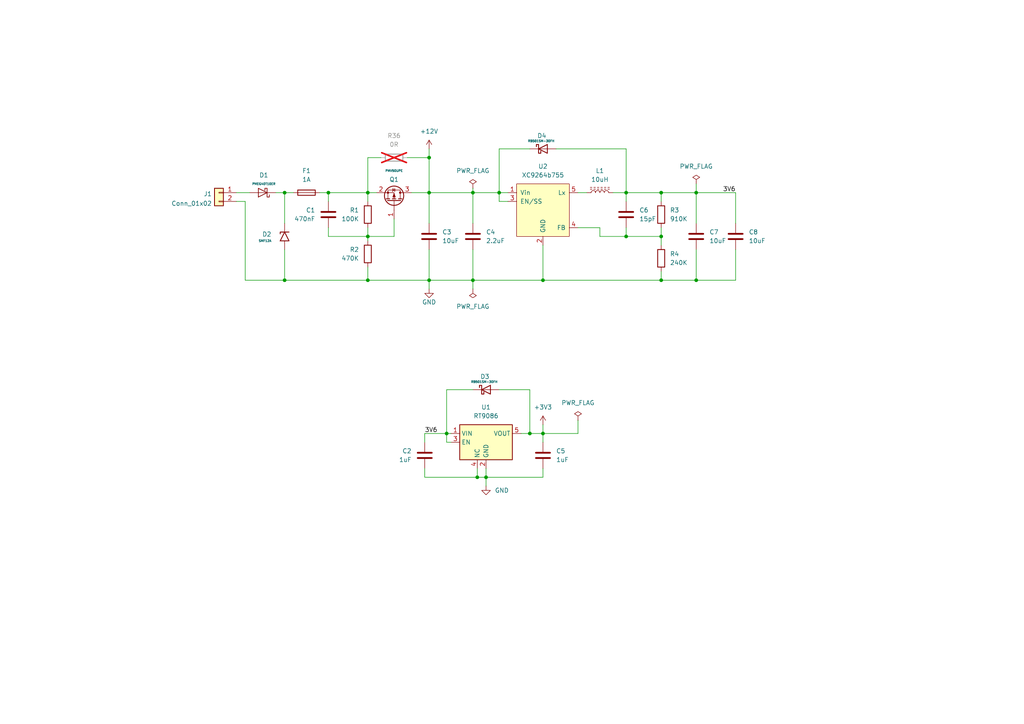
<source format=kicad_sch>
(kicad_sch (version 20231120) (generator "eeschema") (generator_version "8.0")
  (paper "A4")
  (lib_symbols
    (symbol "AM163:RT9086-xxGB"
      (property "Reference" "U" (at 0 6.35 0))
      (property "Value" "RT9086-xxGB" (at 7.62 -6.35 0))
      (symbol "RT9086-xxGB_0_1"
        (rectangle (start -7.62 5.08) (end 7.62 -5.08) (stroke (width 0.254)) (fill (type background)))
      )
      (symbol "RT9086-xxGB_1_1"
        (pin power_in line (at -10.16 2.54 0) (length 2.54) (name "VIN") (number "1"))
        (pin power_in line (at 0 -7.62 90) (length 2.54) (name "GND") (number "2"))
        (pin input line (at -10.16 0 0) (length 2.54) (name "EN") (number "3"))
        (pin free line (at -2.54 -7.62 90) (length 2.54) (name "NC") (number "4"))
        (pin power_out line (at 10.16 2.54 180) (length 2.54) (name "VOUT") (number "5"))
      )
    )
    (symbol "AM163:XC926x" (pin_names (offset 1.016))
      (property "Reference" "U" (at 5.08 8.89 0))
      (property "Value" "XC926x" (at 0 8.89 0))
      (symbol "XC926x_0_1"
        (rectangle (start -7.62 7.62) (end 7.62 -7.62) (fill (type background)))
      )
      (symbol "XC926x_1_1"
        (pin power_in line (at -10.16 5.08 0) (length 2.54) (name "Vin") (number "1"))
        (pin power_in line (at 0 -10.16 90) (length 2.54) (name "GND") (number "2"))
        (pin input line (at -10.16 2.54 0) (length 2.54) (name "EN/SS") (number "3"))
        (pin input line (at 10.16 -5.08 180) (length 2.54) (name "FB") (number "4"))
        (pin output line (at 10.16 5.08 180) (length 2.54) (name "Lx") (number "5"))
      )
    )
    (symbol "Connector_Generic:Conn_01x02" (pin_names (offset 1.016) hide)
      (property "Reference" "J" (at 0 2.54 0))
      (property "Value" "Conn_01x02" (at 0 -5.08 0))
      (symbol "Conn_01x02_1_1"
        (rectangle (start -1.27 -2.413) (end 0 -2.667) (stroke (width 0.1524)))
        (rectangle (start -1.27 0.127) (end 0 -0.127) (stroke (width 0.1524)))
        (rectangle (start -1.27 1.27) (end 1.27 -3.81) (stroke (width 0.254)) (fill (type background)))
        (pin passive line (at -5.08 0 0) (length 3.81) (name "Pin_1") (number "1"))
        (pin passive line (at -5.08 -2.54 0) (length 3.81) (name "Pin_2") (number "2"))
      )
    )
    (symbol "Device:C" (pin_numbers hide) (pin_names (offset 0.254))
      (property "Reference" "C" (at 0.635 2.54 0))
      (property "Value" "C" (at 0.635 -2.54 0))
      (symbol "C_0_1"
        (polyline (pts (xy -2.032 -0.762) (xy 2.032 -0.762)) (stroke (width 0.508)))
        (polyline (pts (xy -2.032 0.762) (xy 2.032 0.762)) (stroke (width 0.508)))
      )
      (symbol "C_1_1"
        (pin passive line (at 0 3.81 270) (length 2.794) (name "~") (number "1"))
        (pin passive line (at 0 -3.81 90) (length 2.794) (name "~") (number "2"))
      )
    )
    (symbol "Device:D_Schottky" (pin_numbers hide) (pin_names (offset 1.016) hide)
      (property "Reference" "D" (at 0 2.54 0))
      (property "Value" "D_Schottky" (at 0 -2.54 0))
      (symbol "D_Schottky_0_1"
        (polyline (pts (xy 1.27 0) (xy -1.27 0)))
        (polyline (pts (xy 1.27 1.27) (xy 1.27 -1.27) (xy -1.27 0) (xy 1.27 1.27)) (stroke (width 0.254)))
        (polyline (pts (xy -1.905 0.635) (xy -1.905 1.27) (xy -1.27 1.27) (xy -1.27 -1.27) (xy -0.635 -1.27) (xy -0.635 -0.635)) (stroke (width 0.254)))
      )
      (symbol "D_Schottky_1_1"
        (pin passive line (at -3.81 0 0) (length 2.54) (name "K") (number "1"))
        (pin passive line (at 3.81 0 180) (length 2.54) (name "A") (number "2"))
      )
    )
    (symbol "Device:Fuse" (pin_numbers hide) (pin_names (offset 0))
      (property "Reference" "F" (at 2.032 0 90))
      (property "Value" "Fuse" (at -1.905 0 90))
      (symbol "Fuse_0_1"
        (rectangle (start -0.762 -2.54) (end 0.762 2.54) (stroke (width 0.254)))
        (polyline (pts (xy 0 2.54) (xy 0 -2.54)))
      )
      (symbol "Fuse_1_1"
        (pin passive line (at 0 3.81 270) (length 1.27) (name "~") (number "1"))
        (pin passive line (at 0 -3.81 90) (length 1.27) (name "~") (number "2"))
      )
    )
    (symbol "Device:L_Ferrite" (pin_numbers hide) (pin_names (offset 1.016) hide)
      (property "Reference" "L" (at -1.27 0 90))
      (property "Value" "L_Ferrite" (at 2.794 0 90))
      (symbol "L_Ferrite_0_1"
        (arc (start 0 -2.54) (mid 0.6323 -1.905) (end 0 -1.27))
        (arc (start 0 -1.27) (mid 0.6323 -0.635) (end 0 0))
        (polyline (pts (xy 1.016 -2.794) (xy 1.016 -2.286)))
        (polyline (pts (xy 1.016 -1.778) (xy 1.016 -1.27)))
        (polyline (pts (xy 1.016 -0.762) (xy 1.016 -0.254)))
        (polyline (pts (xy 1.016 0.254) (xy 1.016 0.762)))
        (polyline (pts (xy 1.016 1.27) (xy 1.016 1.778)))
        (polyline (pts (xy 1.016 2.286) (xy 1.016 2.794)))
        (polyline (pts (xy 1.524 -2.286) (xy 1.524 -2.794)))
        (polyline (pts (xy 1.524 -1.27) (xy 1.524 -1.778)))
        (polyline (pts (xy 1.524 -0.254) (xy 1.524 -0.762)))
        (polyline (pts (xy 1.524 0.762) (xy 1.524 0.254)))
        (polyline (pts (xy 1.524 1.778) (xy 1.524 1.27)))
        (polyline (pts (xy 1.524 2.794) (xy 1.524 2.286)))
        (arc (start 0 0) (mid 0.6323 0.635) (end 0 1.27))
        (arc (start 0 1.27) (mid 0.6323 1.905) (end 0 2.54))
      )
      (symbol "L_Ferrite_1_1"
        (pin passive line (at 0 3.81 270) (length 1.27) (name "1") (number "1"))
        (pin passive line (at 0 -3.81 90) (length 1.27) (name "2") (number "2"))
      )
    )
    (symbol "Device:Q_PMOS_GSD" (pin_names (offset 0) hide)
      (property "Reference" "Q" (at 5.08 1.27 0))
      (property "Value" "Q_PMOS_GSD" (at 5.08 -1.27 0))
      (symbol "Q_PMOS_GSD_0_1"
        (polyline (pts (xy 0.254 0) (xy -2.54 0)))
        (polyline (pts (xy 0.254 1.905) (xy 0.254 -1.905)) (stroke (width 0.254)))
        (polyline (pts (xy 0.762 -1.27) (xy 0.762 -2.286)) (stroke (width 0.254)))
        (polyline (pts (xy 0.762 0.508) (xy 0.762 -0.508)) (stroke (width 0.254)))
        (polyline (pts (xy 0.762 2.286) (xy 0.762 1.27)) (stroke (width 0.254)))
        (polyline (pts (xy 2.54 2.54) (xy 2.54 1.778)))
        (polyline (pts (xy 2.54 -2.54) (xy 2.54 0) (xy 0.762 0)))
        (polyline (pts (xy 0.762 1.778) (xy 3.302 1.778) (xy 3.302 -1.778) (xy 0.762 -1.778)))
        (polyline (pts (xy 2.286 0) (xy 1.27 0.381) (xy 1.27 -0.381) (xy 2.286 0)) (fill (type outline)))
        (polyline (pts (xy 2.794 -0.508) (xy 2.921 -0.381) (xy 3.683 -0.381) (xy 3.81 -0.254)))
        (polyline (pts (xy 3.302 -0.381) (xy 2.921 0.254) (xy 3.683 0.254) (xy 3.302 -0.381)))
        (circle (center 1.651 0) (radius 2.794) (stroke (width 0.254)))
        (circle (center 2.54 -1.778) (radius 0.254) (fill (type outline)))
        (circle (center 2.54 1.778) (radius 0.254) (fill (type outline)))
      )
      (symbol "Q_PMOS_GSD_1_1"
        (pin input line (at -5.08 0 0) (length 2.54) (name "G") (number "1"))
        (pin passive line (at 2.54 -5.08 90) (length 2.54) (name "S") (number "2"))
        (pin passive line (at 2.54 5.08 270) (length 2.54) (name "D") (number "3"))
      )
    )
    (symbol "Device:R" (pin_numbers hide) (pin_names (offset 0))
      (property "Reference" "R" (at 2.032 0 90))
      (property "Value" "R" (at 0 0 90))
      (symbol "R_0_1"
        (rectangle (start -1.016 -2.54) (end 1.016 2.54) (stroke (width 0.254)))
      )
      (symbol "R_1_1"
        (pin passive line (at 0 3.81 270) (length 1.27) (name "~") (number "1"))
        (pin passive line (at 0 -3.81 90) (length 1.27) (name "~") (number "2"))
      )
    )
    (symbol "Diode:PMEG40T10ER" (pin_numbers hide) (pin_names hide)
      (property "Reference" "D" (at 0 2.54 0))
      (property "Value" "PMEG40T10ER" (at 0 -2.54 0))
      (symbol "PMEG40T10ER_0_1"
        (polyline (pts (xy 1.27 0) (xy -1.27 0)))
        (polyline (pts (xy 1.27 1.27) (xy 1.27 -1.27) (xy -1.27 0) (xy 1.27 1.27)) (stroke (width 0.2032)))
        (polyline (pts (xy -1.905 0.635) (xy -1.905 1.27) (xy -1.27 1.27) (xy -1.27 -1.27) (xy -0.635 -1.27) (xy -0.635 -0.635)) (stroke (width 0.2032)))
      )
      (symbol "PMEG40T10ER_1_1"
        (pin passive line (at -3.81 0 0) (length 2.54) (name "K") (number "1"))
        (pin passive line (at 3.81 0 180) (length 2.54) (name "A") (number "2"))
      )
    )
    (symbol "Diode:SMF12A" (pin_numbers hide) (pin_names (offset 1.016) hide)
      (property "Reference" "D" (at 0 2.54 0))
      (property "Value" "SMF12A" (at 0 -2.54 0))
      (symbol "SMF12A_0_1"
        (polyline (pts (xy -0.762 1.27) (xy -1.27 1.27) (xy -1.27 -1.27)) (stroke (width 0.254)))
        (polyline (pts (xy 1.27 1.27) (xy 1.27 -1.27) (xy -1.27 0) (xy 1.27 1.27)) (stroke (width 0.254)))
      )
      (symbol "SMF12A_1_1"
        (pin passive line (at -3.81 0 0) (length 2.54) (name "A1") (number "1"))
        (pin passive line (at 3.81 0 180) (length 2.54) (name "A2") (number "2"))
      )
    )
    (symbol "power:+12V" (power) (pin_names (offset 0))
      (property "Value" "+12V" (at 0 3.556 0))
      (symbol "+12V_0_1"
        (polyline (pts (xy -0.762 1.27) (xy 0 2.54)))
        (polyline (pts (xy 0 0) (xy 0 2.54)))
        (polyline (pts (xy 0 2.54) (xy 0.762 1.27)))
      )
      (symbol "+12V_1_1"
        (pin power_in line (at 0 0 90) (length 0) hide (name "+12V") (number "1"))
      )
    )
    (symbol "power:+3V3" (power) (pin_names (offset 0))
      (property "Value" "+3V3" (at 0 3.556 0))
      (symbol "+3V3_0_1"
        (polyline (pts (xy -0.762 1.27) (xy 0 2.54)))
        (polyline (pts (xy 0 0) (xy 0 2.54)))
        (polyline (pts (xy 0 2.54) (xy 0.762 1.27)))
      )
      (symbol "+3V3_1_1"
        (pin power_in line (at 0 0 90) (length 0) hide (name "+3V3") (number "1"))
      )
    )
    (symbol "power:GND" (power) (pin_names (offset 0))
      (property "Value" "GND" (at 0 -3.81 0))
      (symbol "GND_0_1"
        (polyline (pts (xy 0 0) (xy 0 -1.27) (xy 1.27 -1.27) (xy 0 -2.54) (xy -1.27 -1.27) (xy 0 -1.27)))
      )
      (symbol "GND_1_1"
        (pin power_in line (at 0 0 270) (length 0) hide (name "GND") (number "1"))
      )
    )
    (symbol "power:PWR_FLAG" (power) (pin_numbers hide) (pin_names (offset 0) hide)
      (property "Value" "PWR_FLAG" (at 0 3.81 0))
      (symbol "PWR_FLAG_0_0"
        (pin power_out line (at 0 0 90) (length 0) (name "pwr") (number "1"))
      )
      (symbol "PWR_FLAG_0_1"
        (polyline (pts (xy 0 0) (xy 0 1.27) (xy -1.016 1.905) (xy 0 2.54) (xy 1.016 1.905) (xy 0 1.27)))
      )
    )
  )
  (junction (at 191.77 81.28))
  (junction (at 124.46 81.28))
  (junction (at 137.16 55.88))
  (junction (at 124.46 55.88))
  (junction (at 129.54 125.73))
  (junction (at 106.68 55.88))
  (junction (at 157.48 81.28))
  (junction (at 181.61 68.58))
  (junction (at 144.78 55.88))
  (junction (at 191.77 55.88))
  (junction (at 106.68 81.28))
  (junction (at 140.97 138.43))
  (junction (at 181.61 55.88))
  (junction (at 138.43 138.43))
  (junction (at 191.77 68.58))
  (junction (at 106.68 68.58))
  (junction (at 82.55 81.28))
  (junction (at 201.93 81.28))
  (junction (at 124.46 45.72))
  (junction (at 157.48 125.73))
  (junction (at 95.25 55.88))
  (junction (at 137.16 81.28))
  (junction (at 82.55 55.88))
  (junction (at 201.93 55.88))
  (junction (at 153.67 125.73))
  (wire (pts (xy 95.25 55.88) (xy 95.25 58.42)))
  (wire (pts (xy 137.16 81.28) (xy 137.16 83.82)))
  (wire (pts (xy 137.16 72.39) (xy 137.16 81.28)))
  (wire (pts (xy 173.99 66.04) (xy 173.99 68.58)))
  (wire (pts (xy 114.3 68.58) (xy 106.68 68.58)))
  (wire (pts (xy 181.61 68.58) (xy 191.77 68.58)))
  (wire (pts (xy 167.64 55.88) (xy 170.18 55.88)))
  (wire (pts (xy 124.46 64.77) (xy 124.46 55.88)))
  (wire (pts (xy 157.48 123.19) (xy 157.48 125.73)))
  (wire (pts (xy 123.19 138.43) (xy 138.43 138.43)))
  (wire (pts (xy 124.46 55.88) (xy 137.16 55.88)))
  (wire (pts (xy 140.97 138.43) (xy 140.97 140.97)))
  (wire (pts (xy 82.55 81.28) (xy 106.68 81.28)))
  (wire (pts (xy 140.97 135.89) (xy 140.97 138.43)))
  (wire (pts (xy 144.78 58.42) (xy 144.78 55.88)))
  (wire (pts (xy 106.68 55.88) (xy 109.22 55.88)))
  (wire (pts (xy 201.93 55.88) (xy 191.77 55.88)))
  (wire (pts (xy 80.01 55.88) (xy 82.55 55.88)))
  (wire (pts (xy 138.43 138.43) (xy 140.97 138.43)))
  (wire (pts (xy 82.55 72.39) (xy 82.55 81.28)))
  (wire (pts (xy 68.58 55.88) (xy 72.39 55.88)))
  (wire (pts (xy 201.93 53.34) (xy 201.93 55.88)))
  (wire (pts (xy 92.71 55.88) (xy 95.25 55.88)))
  (wire (pts (xy 106.68 81.28) (xy 124.46 81.28)))
  (wire (pts (xy 137.16 113.03) (xy 129.54 113.03)))
  (wire (pts (xy 106.68 68.58) (xy 106.68 69.85)))
  (wire (pts (xy 144.78 43.18) (xy 144.78 55.88)))
  (wire (pts (xy 157.48 125.73) (xy 157.48 128.27)))
  (wire (pts (xy 157.48 71.12) (xy 157.48 81.28)))
  (wire (pts (xy 213.36 81.28) (xy 201.93 81.28)))
  (wire (pts (xy 201.93 81.28) (xy 191.77 81.28)))
  (wire (pts (xy 95.25 68.58) (xy 106.68 68.58)))
  (wire (pts (xy 123.19 135.89) (xy 123.19 138.43)))
  (wire (pts (xy 191.77 55.88) (xy 191.77 58.42)))
  (wire (pts (xy 123.19 125.73) (xy 129.54 125.73)))
  (wire (pts (xy 153.67 113.03) (xy 153.67 125.73)))
  (wire (pts (xy 129.54 128.27) (xy 129.54 125.73)))
  (wire (pts (xy 147.32 58.42) (xy 144.78 58.42)))
  (wire (pts (xy 110.49 45.72) (xy 106.68 45.72)))
  (wire (pts (xy 191.77 68.58) (xy 191.77 71.12)))
  (wire (pts (xy 157.48 135.89) (xy 157.48 138.43)))
  (wire (pts (xy 114.3 63.5) (xy 114.3 68.58)))
  (wire (pts (xy 181.61 43.18) (xy 181.61 55.88)))
  (wire (pts (xy 201.93 72.39) (xy 201.93 81.28)))
  (wire (pts (xy 213.36 72.39) (xy 213.36 81.28)))
  (wire (pts (xy 129.54 128.27) (xy 130.81 128.27)))
  (wire (pts (xy 153.67 125.73) (xy 157.48 125.73)))
  (wire (pts (xy 201.93 55.88) (xy 213.36 55.88)))
  (wire (pts (xy 173.99 68.58) (xy 181.61 68.58)))
  (wire (pts (xy 177.8 55.88) (xy 181.61 55.88)))
  (wire (pts (xy 191.77 66.04) (xy 191.77 68.58)))
  (wire (pts (xy 124.46 43.18) (xy 124.46 45.72)))
  (wire (pts (xy 124.46 81.28) (xy 124.46 83.82)))
  (wire (pts (xy 201.93 64.77) (xy 201.93 55.88)))
  (wire (pts (xy 129.54 113.03) (xy 129.54 125.73)))
  (wire (pts (xy 71.12 58.42) (xy 71.12 81.28)))
  (wire (pts (xy 68.58 58.42) (xy 71.12 58.42)))
  (wire (pts (xy 123.19 125.73) (xy 123.19 128.27)))
  (wire (pts (xy 106.68 55.88) (xy 106.68 58.42)))
  (wire (pts (xy 167.64 66.04) (xy 173.99 66.04)))
  (wire (pts (xy 118.11 45.72) (xy 124.46 45.72)))
  (wire (pts (xy 181.61 55.88) (xy 191.77 55.88)))
  (wire (pts (xy 124.46 81.28) (xy 137.16 81.28)))
  (wire (pts (xy 144.78 55.88) (xy 147.32 55.88)))
  (wire (pts (xy 137.16 55.88) (xy 137.16 64.77)))
  (wire (pts (xy 71.12 81.28) (xy 82.55 81.28)))
  (wire (pts (xy 82.55 55.88) (xy 82.55 64.77)))
  (wire (pts (xy 161.29 43.18) (xy 181.61 43.18)))
  (wire (pts (xy 138.43 135.89) (xy 138.43 138.43)))
  (wire (pts (xy 191.77 81.28) (xy 157.48 81.28)))
  (wire (pts (xy 106.68 77.47) (xy 106.68 81.28)))
  (wire (pts (xy 124.46 72.39) (xy 124.46 81.28)))
  (wire (pts (xy 151.13 125.73) (xy 153.67 125.73)))
  (wire (pts (xy 82.55 55.88) (xy 85.09 55.88)))
  (wire (pts (xy 153.67 43.18) (xy 144.78 43.18)))
  (wire (pts (xy 95.25 55.88) (xy 106.68 55.88)))
  (wire (pts (xy 95.25 66.04) (xy 95.25 68.58)))
  (wire (pts (xy 137.16 54.61) (xy 137.16 55.88)))
  (wire (pts (xy 137.16 81.28) (xy 157.48 81.28)))
  (wire (pts (xy 129.54 125.73) (xy 130.81 125.73)))
  (wire (pts (xy 124.46 45.72) (xy 124.46 55.88)))
  (wire (pts (xy 106.68 45.72) (xy 106.68 55.88)))
  (wire (pts (xy 167.64 121.92) (xy 167.64 125.73)))
  (wire (pts (xy 144.78 113.03) (xy 153.67 113.03)))
  (wire (pts (xy 181.61 55.88) (xy 181.61 58.42)))
  (wire (pts (xy 191.77 78.74) (xy 191.77 81.28)))
  (wire (pts (xy 213.36 64.77) (xy 213.36 55.88)))
  (wire (pts (xy 119.38 55.88) (xy 124.46 55.88)))
  (wire (pts (xy 157.48 138.43) (xy 140.97 138.43)))
  (wire (pts (xy 106.68 66.04) (xy 106.68 68.58)))
  (wire (pts (xy 137.16 55.88) (xy 144.78 55.88)))
  (wire (pts (xy 167.64 125.73) (xy 157.48 125.73)))
  (wire (pts (xy 181.61 66.04) (xy 181.61 68.58)))
  (label "3V6" (at 213.36 55.88 180))
  (label "3V6" (at 123.19 125.73 0))
  (symbol (lib_id "AM163:RT9086-xxGB") (at 140.97 128.27 0) (unit 1)
    (property "Reference" "U1" (at 140.97 118.11 0))
    (property "Value" "RT9086" (at 140.97 120.65 0))
    (property "Footprint" "Package_TO_SOT_SMD:SOT-23-5" (effects (hide yes)))
    (property "Datasheet" "https://www.richtek.com/assets/product_file/RT9086/DS9086-10.pdf" (effects (hide yes)))
    (property "Vendor" "RICHTEK:RT9086" (effects (hide yes)))
  )
  (symbol (lib_id "Device:R") (at 106.68 73.66 0) (mirror y) (unit 1)
    (property "Reference" "R2" (at 104.14 72.3899 0) (effects (justify left)))
    (property "Value" "470K" (at 104.14 74.9299 0) (effects (justify left)))
    (property "Footprint" "Resistor_SMD:R_0402_1005Metric_Pad0.72x0.64mm_HandSolder" (effects (hide yes)))
  )
  (symbol (lib_id "power:PWR_FLAG") (at 137.16 54.61 0) (unit 1)
    (property "Reference" "#FLG01" (effects (hide yes)))
    (property "Value" "PWR_FLAG" (at 137.16 49.53 0))
  )
  (symbol (lib_id "power:PWR_FLAG") (at 201.93 53.34 0) (unit 1)
    (property "Reference" "#FLG04" (effects (hide yes)))
    (property "Value" "PWR_FLAG" (at 201.93 48.26 0))
  )
  (symbol (lib_id "power:GND") (at 140.97 140.97 0) (unit 1)
    (property "Reference" "#PWR03" (effects (hide yes)))
    (property "Value" "GND" (at 143.51 142.2399 0) (effects (justify left)))
  )
  (symbol (lib_id "Device:D_Schottky") (at 140.97 113.03 0) (unit 1)
    (property "Reference" "D3" (at 140.6525 109.22 0))
    (property "Value" "RB501SM-30FH" (at 140.462 110.744 0) (effects (font (size 0.635 0.635))))
    (property "Footprint" "Diode_SMD:D_SOD-523" (effects (hide yes)))
    (property "Datasheet" "https://fscdn.rohm.com/en/products/databook/datasheet/discrete/diode/schottky_barrier/rb501sm-30fht2r-e.pdf" (effects (hide yes)))
    (property "Description" "Schottky diode" (effects (hide yes)))
    (property "Vendor" "ROHM:RB501SM-30FH" (effects (hide yes)))
  )
  (symbol (lib_id "Connector_Generic:Conn_01x02") (at 63.5 55.88 0) (mirror y) (unit 1)
    (property "Reference" "J1" (at 61.468 56.2415 0) (effects (justify left)))
    (property "Value" "Conn_01x02" (at 61.468 59.0166 0) (effects (justify left)))
    (property "Footprint" "Connector_JST:JST_PH_B2B-PH-K_1x02_P2.00mm_Vertical" (effects (hide yes)))
    (property "Datasheet" "https://www.jst.fr/core/file.get?path=doc/jst/family/pdf/ePH.pdf" (effects (hide yes)))
    (property "Vendor" "JST:B2B-PH-K-S" (effects (hide yes)))
  )
  (symbol (lib_id "Device:C") (at 181.61 62.23 0) (unit 1)
    (property "Reference" "C6" (at 185.42 60.9599 0) (effects (justify left)))
    (property "Value" "15pF" (at 185.42 63.4999 0) (effects (justify left)))
    (property "Footprint" "Capacitor_SMD:C_0402_1005Metric_Pad0.74x0.62mm_HandSolder" (effects (hide yes)))
  )
  (symbol (lib_id "Device:C") (at 213.36 68.58 0) (unit 1)
    (property "Reference" "C8" (at 217.17 67.3099 0) (effects (justify left)))
    (property "Value" "10uF" (at 217.17 69.8499 0) (effects (justify left)))
    (property "Footprint" "Capacitor_SMD:C_0805_2012Metric_Pad1.18x1.45mm_HandSolder" (effects (hide yes)))
  )
  (symbol (lib_id "Device:R") (at 114.3 45.72 90) (unit 1) (dnp yes)
    (property "Reference" "R36" (at 114.3 39.37 90))
    (property "Value" "0R" (at 114.3 41.91 90))
    (property "Footprint" "Resistor_SMD:R_0402_1005Metric_Pad0.72x0.64mm_HandSolder" (effects (hide yes)))
    (property "Description" "Resistor" (effects (hide yes)))
  )
  (symbol (lib_id "Device:L_Ferrite") (at 173.99 55.88 90) (unit 1)
    (property "Reference" "L1" (at 173.99 49.53 90))
    (property "Value" "10uH" (at 173.99 52.07 90))
    (property "Footprint" "AM163:L_TDK_VLS252012HBX_Handsoldering" (effects (hide yes)))
    (property "Datasheet" "https://product.tdk.com/system/files/dam/doc/product/inductor/inductor/smd/catalog/inductor_commercial_power_vls252012hbx-1_en.pdf" (effects (hide yes)))
    (property "Vendor" "TDK:VLS252012HBX-100M-1" (effects (hide yes)))
  )
  (symbol (lib_id "power:+3V3") (at 157.48 123.19 0) (unit 1)
    (property "Reference" "#PWR04" (effects (hide yes)))
    (property "Value" "+3V3" (at 157.48 118.11 0))
  )
  (symbol (lib_id "Device:R") (at 191.77 62.23 0) (unit 1)
    (property "Reference" "R3" (at 194.31 60.9599 0) (effects (justify left)))
    (property "Value" "910K" (at 194.31 63.4999 0) (effects (justify left)))
    (property "Footprint" "Resistor_SMD:R_0402_1005Metric_Pad0.72x0.64mm_HandSolder" (effects (hide yes)))
  )
  (symbol (lib_id "Device:C") (at 157.48 132.08 0) (unit 1)
    (property "Reference" "C5" (at 161.29 130.8099 0) (effects (justify left)))
    (property "Value" "1uF" (at 161.29 133.3499 0) (effects (justify left)))
    (property "Footprint" "Capacitor_SMD:C_0603_1608Metric_Pad1.08x0.95mm_HandSolder" (effects (hide yes)))
  )
  (symbol (lib_id "Device:C") (at 95.25 62.23 0) (mirror y) (unit 1)
    (property "Reference" "C1" (at 91.44 60.96 0) (effects (justify left)))
    (property "Value" "470nF" (at 91.44 63.5 0) (effects (justify left)))
    (property "Footprint" "Capacitor_SMD:C_0603_1608Metric_Pad1.08x0.95mm_HandSolder" (effects (hide yes)))
  )
  (symbol (lib_id "power:PWR_FLAG") (at 167.64 121.92 0) (unit 1)
    (property "Reference" "#FLG03" (effects (hide yes)))
    (property "Value" "PWR_FLAG" (at 167.64 116.84 0))
  )
  (symbol (lib_id "Device:R") (at 106.68 62.23 0) (mirror y) (unit 1)
    (property "Reference" "R1" (at 104.14 60.9599 0) (effects (justify left)))
    (property "Value" "100K" (at 104.14 63.4999 0) (effects (justify left)))
    (property "Footprint" "Resistor_SMD:R_0402_1005Metric_Pad0.72x0.64mm_HandSolder" (effects (hide yes)))
  )
  (symbol (lib_id "Device:C") (at 201.93 68.58 0) (unit 1)
    (property "Reference" "C7" (at 205.74 67.3099 0) (effects (justify left)))
    (property "Value" "10uF" (at 205.74 69.8499 0) (effects (justify left)))
    (property "Footprint" "Capacitor_SMD:C_0805_2012Metric_Pad1.18x1.45mm_HandSolder" (effects (hide yes)))
  )
  (symbol (lib_id "AM163:XC926x") (at 157.48 60.96 0) (unit 1)
    (property "Reference" "U2" (at 157.48 48.26 0))
    (property "Value" "XC9264b755" (at 157.48 50.8 0))
    (property "Footprint" "Package_TO_SOT_SMD:SOT-23-5" (effects (hide yes)))
    (property "Datasheet" "https://www.torexsemi.com/file/xc9263/XC9263-XC9264.pdf" (effects (hide yes)))
    (property "Description" "18V Operation 0.5A Synchronous Step-Down DC/DC Converters" (effects (hide yes)))
  )
  (symbol (lib_id "Device:Fuse") (at 88.9 55.88 90) (unit 1)
    (property "Reference" "F1" (at 88.9 49.53 90))
    (property "Value" "1A" (at 88.9 52.07 90))
    (property "Footprint" "Inductor_SMD:L_0603_1608Metric_Pad1.05x0.95mm_HandSolder" (effects (hide yes)))
    (property "Datasheet" "https://www.farnell.com/datasheets/3665656.pdf" (effects (hide yes)))
    (property "Vendor" "MULTICOMP:MCCFB0603TFF/1" (effects (hide yes)))
  )
  (symbol (lib_id "power:GND") (at 124.46 83.82 0) (unit 1)
    (property "Reference" "#PWR02" (effects (hide yes)))
    (property "Value" "GND" (at 124.46 87.63 0))
  )
  (symbol (lib_id "Device:C") (at 124.46 68.58 0) (unit 1)
    (property "Reference" "C3" (at 128.27 67.3099 0) (effects (justify left)))
    (property "Value" "10uF" (at 128.27 69.8499 0) (effects (justify left)))
    (property "Footprint" "Capacitor_SMD:C_0805_2012Metric_Pad1.18x1.45mm_HandSolder" (effects (hide yes)))
  )
  (symbol (lib_id "Device:Q_PMOS_GSD") (at 114.3 58.42 270) (mirror x) (unit 1)
    (property "Reference" "Q1" (at 114.3 52.07 90))
    (property "Value" "PMV50UPE" (at 114.3 49.53 90) (effects (font (size 0.635 0.635))))
    (property "Footprint" "Package_TO_SOT_SMD:SOT-23" (effects (hide yes)))
    (property "Datasheet" "https://assets.nexperia.com/documents/data-sheet/PMV50UPE.pdf" (effects (hide yes)))
    (property "Vendor" "Nexperia:PMV50UPE" (effects (hide yes)))
  )
  (symbol (lib_id "Diode:PMEG40T10ER") (at 76.2 55.88 180) (unit 1)
    (property "Reference" "D1" (at 76.5175 50.8 0))
    (property "Value" "PMEG40T10ER" (at 76.5175 53.34 0) (effects (font (size 0.635 0.635))))
    (property "Footprint" "Diode_SMD:Nexperia_CFP3_SOD-123W" (effects (hide yes)))
    (property "Datasheet" "https://assets.nexperia.com/documents/data-sheet/PMEG40T10ER.pdf" (effects (hide yes)))
    (property "Description" "40V, 1A low Vf Trench MEGA Schottky barrier rectifier, SOD-123W" (effects (hide yes)))
    (property "Vendor" "Nexperia:PMEG40T10ER" (effects (hide yes)))
  )
  (symbol (lib_id "power:+12V") (at 124.46 43.18 0) (unit 1)
    (property "Reference" "#PWR01" (effects (hide yes)))
    (property "Value" "+12V" (at 124.46 38.1 0))
  )
  (symbol (lib_id "Device:C") (at 123.19 132.08 0) (mirror x) (unit 1)
    (property "Reference" "C2" (at 119.38 130.8099 0) (effects (justify right)))
    (property "Value" "1uF" (at 119.38 133.3499 0) (effects (justify right)))
    (property "Footprint" "Capacitor_SMD:C_0603_1608Metric_Pad1.08x0.95mm_HandSolder" (effects (hide yes)))
  )
  (symbol (lib_id "Device:D_Schottky") (at 157.48 43.18 0) (unit 1)
    (property "Reference" "D4" (at 157.1625 39.37 0))
    (property "Value" "RB501SM-30FH" (at 156.972 40.894 0) (effects (font (size 0.635 0.635))))
    (property "Footprint" "Diode_SMD:D_SOD-523" (effects (hide yes)))
    (property "Datasheet" "https://fscdn.rohm.com/en/products/databook/datasheet/discrete/diode/schottky_barrier/rb501sm-30fht2r-e.pdf" (effects (hide yes)))
    (property "Description" "Schottky diode" (effects (hide yes)))
    (property "Vendor" "ROHM:RB501SM-30FH" (effects (hide yes)))
  )
  (symbol (lib_id "Device:R") (at 191.77 74.93 0) (unit 1)
    (property "Reference" "R4" (at 194.31 73.6599 0) (effects (justify left)))
    (property "Value" "240K" (at 194.31 76.1999 0) (effects (justify left)))
    (property "Footprint" "Resistor_SMD:R_0402_1005Metric_Pad0.72x0.64mm_HandSolder" (effects (hide yes)))
  )
  (symbol (lib_id "power:PWR_FLAG") (at 137.16 83.82 180) (unit 1)
    (property "Reference" "#FLG02" (effects (hide yes)))
    (property "Value" "PWR_FLAG" (at 137.16 88.9 0))
  )
  (symbol (lib_id "Diode:SMF12A") (at 82.55 68.58 90) (mirror x) (unit 1)
    (property "Reference" "D2" (at 78.74 67.945 90) (effects (justify left)))
    (property "Value" "SMF12A" (at 78.74 69.85 90) (effects (font (size 0.635 0.635)) (justify left)))
    (property "Footprint" "Diode_SMD:D_SMF" (effects (hide yes)))
    (property "Datasheet" "https://www.vishay.com/doc?85881" (effects (hide yes)))
    (property "Vendor" "Vishay:SMF12A" (effects (hide yes)))
  )
  (symbol (lib_id "Device:C") (at 137.16 68.58 0) (unit 1)
    (property "Reference" "C4" (at 140.97 67.3099 0) (effects (justify left)))
    (property "Value" "2.2uF" (at 140.97 69.8499 0) (effects (justify left)))
    (property "Footprint" "Capacitor_SMD:C_0603_1608Metric_Pad1.08x0.95mm_HandSolder" (effects (hide yes)))
  )
)
</source>
